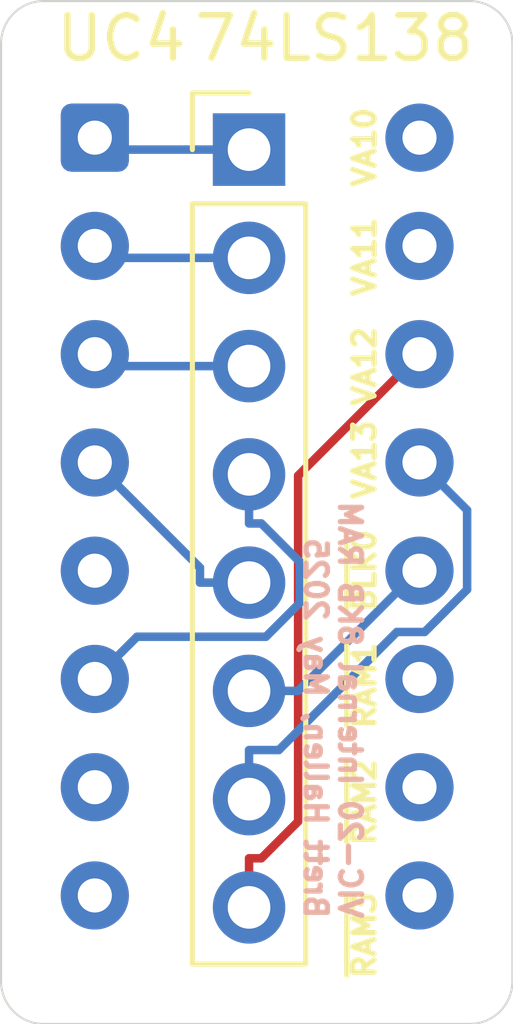
<source format=kicad_pcb>
(kicad_pcb (version 20241229) (generator "pcbnew") (generator_version "9.0")
  (title_block (title "Commodore VIC-20 BLK0 RAM Expansion, Daughterboard") (date "12-May-2025") (rev "A") (company "Brett Hallen") (comment 1 "www.youtube.com/@Brfff"))
  (layers (0 "F.Cu" signal) (2 "B.Cu" signal) (13 "F.Paste" user) (15 "B.Paste" user) (5 "F.SilkS" user "F.Silkscreen") (7 "B.SilkS" user "B.Silkscreen") (1 "F.Mask" user) (3 "B.Mask" user) (25 "Edge.Cuts" user))
  (net 0 "")
  (net 1 "VA11")
  (net 2 "~{RAM2}")
  (net 3 "~{RAM3}")
  (net 4 "VA12")
  (net 5 "~{BLK0}")
  (net 6 "VA13")
  (net 7 "~{RAM1}")
  (net 8 "VA10")
  (footprint "Connector_PinHeader_2.54mm:PinHeader_1x08_P2.54mm_Vertical" (layer "F.Cu") (at 76 52.38)
    (property "Reference" "J1" (hide yes))
    (property "Value" "Signals" (hide yes))
    (fp_line (start -1.33 -1.33) (end 0 -1.33) (stroke (width 0.12)) (layer "F.SilkS"))
    (fp_line (start -1.33 0) (end -1.33 -1.33) (stroke (width 0.12)) (layer "F.SilkS"))
    (fp_line (start -1.33 1.27) (end -1.33 19.11) (stroke (width 0.12)) (layer "F.SilkS"))
    (fp_line (start -1.33 1.27) (end 1.33 1.27) (stroke (width 0.12)) (layer "F.SilkS"))
    (fp_line (start -1.33 19.11) (end 1.33 19.11) (stroke (width 0.12)) (layer "F.SilkS"))
    (fp_line (start 1.33 1.27) (end 1.33 19.11) (stroke (width 0.12)) (layer "F.SilkS"))
    (pad "1" thru_hole rect (at 0 0) (size 1.7 1.7) (drill 1) (layers "*.Cu" "*.Mask") (net 8 "VA10"))
    (pad "2" thru_hole oval (at 0 2.54) (size 1.7 1.7) (drill 1) (layers "*.Cu" "*.Mask") (net 1 "VA11"))
    (pad "3" thru_hole oval (at 0 5.08) (size 1.7 1.7) (drill 1) (layers "*.Cu" "*.Mask") (net 4 "VA12"))
    (pad "4" thru_hole oval (at 0 7.62) (size 1.7 1.7) (drill 1) (layers "*.Cu" "*.Mask") (net 6 "VA13"))
    (pad "5" thru_hole oval (at 0 10.16) (size 1.7 1.7) (drill 1) (layers "*.Cu" "*.Mask") (net 5 "~{BLK0}"))
    (pad "6" thru_hole oval (at 0 12.7) (size 1.7 1.7) (drill 1) (layers "*.Cu" "*.Mask") (net 7 "~{RAM1}"))
    (pad "7" thru_hole oval (at 0 15.24) (size 1.7 1.7) (drill 1) (layers "*.Cu" "*.Mask") (net 2 "~{RAM2}"))
    (pad "8" thru_hole oval (at 0 17.78) (size 1.7 1.7) (drill 1) (layers "*.Cu" "*.Mask") (net 3 "~{RAM3}"))
  )
  (footprint "Package_DIP:DIP-16_W7.62mm" (layer "F.Cu") (at 72.38 52.1)
    (property "Reference" "UC4" (at 0.62 -2.33 0) (layer "F.SilkS"))
    (property "Value" "74LS138" (at 5.62 -2.33 0) (layer "F.SilkS"))
    (pad "1" thru_hole roundrect (at 0 0) (size 1.6 1.6) (drill 0.8) (layers "*.Cu" "*.Mask") (roundrect_rratio 0.15625) (net 8 "VA10"))
    (pad "2" thru_hole circle (at 0 2.54) (size 1.6 1.6) (drill 0.8) (layers "*.Cu" "*.Mask") (net 1 "VA11"))
    (pad "3" thru_hole circle (at 0 5.08) (size 1.6 1.6) (drill 0.8) (layers "*.Cu" "*.Mask") (net 4 "VA12"))
    (pad "4" thru_hole circle (at 0 7.62) (size 1.6 1.6) (drill 0.8) (layers "*.Cu" "*.Mask") (net 5 "~{BLK0}"))
    (pad "5" thru_hole circle (at 0 10.16) (size 1.6 1.6) (drill 0.8) (layers "*.Cu" "*.Mask"))
    (pad "6" thru_hole circle (at 0 12.7) (size 1.6 1.6) (drill 0.8) (layers "*.Cu" "*.Mask") (net 6 "VA13"))
    (pad "7" thru_hole circle (at 0 15.24) (size 1.6 1.6) (drill 0.8) (layers "*.Cu" "*.Mask"))
    (pad "8" thru_hole circle (at 0 17.78) (size 1.6 1.6) (drill 0.8) (layers "*.Cu" "*.Mask"))
    (pad "9" thru_hole circle (at 7.62 17.78) (size 1.6 1.6) (drill 0.8) (layers "*.Cu" "*.Mask"))
    (pad "10" thru_hole circle (at 7.62 15.24) (size 1.6 1.6) (drill 0.8) (layers "*.Cu" "*.Mask"))
    (pad "11" thru_hole circle (at 7.62 12.7) (size 1.6 1.6) (drill 0.8) (layers "*.Cu" "*.Mask"))
    (pad "12" thru_hole circle (at 7.62 10.16) (size 1.6 1.6) (drill 0.8) (layers "*.Cu" "*.Mask") (net 7 "~{RAM1}"))
    (pad "13" thru_hole circle (at 7.62 7.62) (size 1.6 1.6) (drill 0.8) (layers "*.Cu" "*.Mask") (net 2 "~{RAM2}"))
    (pad "14" thru_hole circle (at 7.62 5.08) (size 1.6 1.6) (drill 0.8) (layers "*.Cu" "*.Mask") (net 3 "~{RAM3}"))
    (pad "15" thru_hole circle (at 7.62 2.54) (size 1.6 1.6) (drill 0.8) (layers "*.Cu" "*.Mask"))
    (pad "16" thru_hole circle (at 7.62 0) (size 1.6 1.6) (drill 0.8) (layers "*.Cu" "*.Mask"))
  )
  (gr_arc (start 71.180015 72.894779) (mid 70.472906 72.60189) (end 70.180015 71.894779) (stroke (width 0.05)) (layer "Edge.Cuts"))
  (gr_line (start 71.180015 48.894779) (end 81.180015 48.894779) (stroke (width 0.05)) (layer "Edge.Cuts"))
  (gr_arc (start 82.180015 71.894779) (mid 81.887122 72.601886) (end 81.180015 72.894779) (stroke (width 0.05)) (layer "Edge.Cuts"))
  (gr_line (start 82.180015 49.894779) (end 82.180015 71.894779) (stroke (width 0.05)) (layer "Edge.Cuts"))
  (gr_line (start 81.180015 72.894779) (end 71.180015 72.894779) (stroke (width 0.05)) (layer "Edge.Cuts"))
  (gr_arc (start 70.180015 49.894779) (mid 70.472917 49.187691) (end 71.180015 48.894779) (stroke (width 0.05)) (layer "Edge.Cuts"))
  (gr_line (start 70.180015 71.894779) (end 70.180015 49.894779) (stroke (width 0.05)) (layer "Edge.Cuts"))
  (gr_arc (start 81.180015 48.894779) (mid 81.887122 49.187672) (end 82.180015 49.894779) (stroke (width 0.05)) (layer "Edge.Cuts"))
  (gr_text "~{RAM3}   ~{RAM2}  ~{RAM1}  ~{BLK0}  VA13 VA12  VA11  VA10" (at 79 71.88 90) (layer "F.SilkS") (effects (font (size 0.5 0.5) (thickness 0.125)) (justify left bottom)))
  (gr_text "VIC-20 Internal 8KB RAM\nBrett Hallen, May 2025" (at 77.27 70.476051 270) (layer "B.SilkS") (effects (font (size 0.5 0.5) (thickness 0.125)) (justify left bottom mirror)))
  (segment (start 76 54.92) (end 72.66 54.92) (width 0.2) (layer "B.Cu") (net 1))
  (segment (start 72.66 54.92) (end 72.38 54.64) (width 0.2) (layer "B.Cu") (net 1))
  (segment (start 76.6983 66.4683) (end 76 66.4683) (width 0.2) (layer "B.Cu") (net 2))
  (segment (start 81.1176 62.7023) (end 80.1216 63.6983) (width 0.2) (layer "B.Cu") (net 2))
  (segment (start 80 59.72) (end 81.1176 60.8376) (width 0.2) (layer "B.Cu") (net 2))
  (segment (start 80.1216 63.6983) (end 79.4683 63.6983) (width 0.2) (layer "B.Cu") (net 2))
  (segment (start 76 67.62) (end 76 66.4683) (width 0.2) (layer "B.Cu") (net 2))
  (segment (start 79.4683 63.6983) (end 76.6983 66.4683) (width 0.2) (layer "B.Cu") (net 2))
  (segment (start 81.1176 60.8376) (end 81.1176 62.7023) (width 0.2) (layer "B.Cu") (net 2))
  (segment (start 77.1517 68.1446) (end 77.1517 60.0283) (width 0.2) (layer "F.Cu") (net 3))
  (segment (start 76 70.16) (end 76 69.0083) (width 0.2) (layer "F.Cu") (net 3))
  (segment (start 76 69.0083) (end 76.288 69.0083) (width 0.2) (layer "F.Cu") (net 3))
  (segment (start 77.1517 60.0283) (end 80 57.18) (width 0.2) (layer "F.Cu") (net 3))
  (segment (start 76.288 69.0083) (end 77.1517 68.1446) (width 0.2) (layer "F.Cu") (net 3))
  (segment (start 76 57.46) (end 72.66 57.46) (width 0.2) (layer "B.Cu") (net 4))
  (segment (start 72.66 57.46) (end 72.38 57.18) (width 0.2) (layer "B.Cu") (net 4))
  (segment (start 74.8483 62.54) (end 74.8483 62.1883) (width 0.2) (layer "B.Cu") (net 5))
  (segment (start 74.8483 62.1883) (end 72.38 59.72) (width 0.2) (layer "B.Cu") (net 5))
  (segment (start 76 62.54) (end 74.8483 62.54) (width 0.2) (layer "B.Cu") (net 5))
  (segment (start 76.2879 61.1517) (end 77.1925 62.0563) (width 0.2) (layer "B.Cu") (net 6))
  (segment (start 76 61.1517) (end 76.2879 61.1517) (width 0.2) (layer "B.Cu") (net 6))
  (segment (start 76.3953 63.81) (end 73.37 63.81) (width 0.2) (layer "B.Cu") (net 6))
  (segment (start 77.1925 62.0563) (end 77.1925 63.0128) (width 0.2) (layer "B.Cu") (net 6))
  (segment (start 76 60) (end 76 61.1517) (width 0.2) (layer "B.Cu") (net 6))
  (segment (start 73.37 63.81) (end 72.38 64.8) (width 0.2) (layer "B.Cu") (net 6))
  (segment (start 77.1925 63.0128) (end 76.3953 63.81) (width 0.2) (layer "B.Cu") (net 6))
  (segment (start 77.1517 65.08) (end 79.9717 62.26) (width 0.2) (layer "B.Cu") (net 7))
  (segment (start 76 65.08) (end 77.1517 65.08) (width 0.2) (layer "B.Cu") (net 7))
  (segment (start 79.9717 62.26) (end 80 62.26) (width 0.2) (layer "B.Cu") (net 7))
  (segment (start 72.66 52.38) (end 72.38 52.1) (width 0.2) (layer "B.Cu") (net 8))
  (segment (start 76 52.38) (end 72.66 52.38) (width 0.2) (layer "B.Cu") (net 8))
)
</source>
